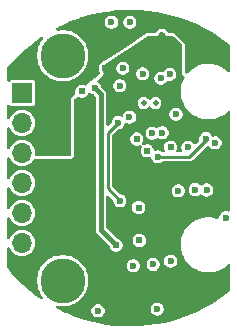
<source format=gbr>
%TF.GenerationSoftware,KiCad,Pcbnew,9.0.5-9.0.5~ubuntu24.04.1*%
%TF.CreationDate,2025-10-22T23:17:40-07:00*%
%TF.ProjectId,mag-encoder,6d61672d-656e-4636-9f64-65722e6b6963,1*%
%TF.SameCoordinates,Original*%
%TF.FileFunction,Copper,L2,Inr*%
%TF.FilePolarity,Positive*%
%FSLAX46Y46*%
G04 Gerber Fmt 4.6, Leading zero omitted, Abs format (unit mm)*
G04 Created by KiCad (PCBNEW 9.0.5-9.0.5~ubuntu24.04.1) date 2025-10-22 23:17:40*
%MOMM*%
%LPD*%
G01*
G04 APERTURE LIST*
%TA.AperFunction,ComponentPad*%
%ADD10C,3.810000*%
%TD*%
%TA.AperFunction,ComponentPad*%
%ADD11R,1.700000X1.700000*%
%TD*%
%TA.AperFunction,ComponentPad*%
%ADD12O,1.700000X1.700000*%
%TD*%
%TA.AperFunction,ViaPad*%
%ADD13C,0.600000*%
%TD*%
%TA.AperFunction,ViaPad*%
%ADD14C,0.609600*%
%TD*%
%TA.AperFunction,ViaPad*%
%ADD15C,0.500000*%
%TD*%
%TA.AperFunction,Conductor*%
%ADD16C,0.254000*%
%TD*%
%TA.AperFunction,Conductor*%
%ADD17C,0.381000*%
%TD*%
G04 APERTURE END LIST*
D10*
%TO.N,*%
%TO.C,H1*%
X224840800Y-114046000D03*
%TD*%
D11*
%TO.N,GND*%
%TO.C,J1*%
X221411800Y-117221000D03*
D12*
%TO.N,+3.3V*%
X221411800Y-119761000D03*
%TO.N,/CS*%
X221411800Y-122301000D03*
%TO.N,/MOSI*%
X221411800Y-124841000D03*
%TO.N,/MISO*%
X221411800Y-127381000D03*
%TO.N,/SCLK*%
X221411800Y-129921000D03*
%TD*%
D10*
%TO.N,*%
%TO.C,H2*%
X224840800Y-133096000D03*
%TD*%
D13*
%TO.N,+3.3V*%
X234696000Y-135939583D03*
X233248200Y-112344200D03*
D14*
X233464100Y-125260100D03*
X231317800Y-125984000D03*
D13*
X229857300Y-118021100D03*
X228463539Y-115122261D03*
%TO.N,GND*%
X229946200Y-115112800D03*
D14*
X226466400Y-117068600D03*
X232003600Y-122097800D03*
D13*
X227838000Y-135661400D03*
X234443344Y-118992046D03*
D15*
X232706800Y-118059200D03*
D13*
X232867200Y-135509000D03*
D15*
X231706800Y-118059200D03*
D13*
X238658400Y-127762000D03*
D14*
X233984800Y-121793000D03*
D13*
%TO.N,+5V*%
X230530400Y-111226600D03*
%TO.N,Net-(D4-A)*%
X232511600Y-131724400D03*
%TO.N,Net-(D1-K)*%
X228981000Y-111226600D03*
%TO.N,Net-(D3-A)*%
X230835200Y-131826000D03*
%TO.N,+5V_IN*%
X236474000Y-113792000D03*
X223139000Y-121031000D03*
%TO.N,Net-(C1-Pad1)*%
X229692200Y-116586000D03*
X233150883Y-115950999D03*
X233274839Y-120568637D03*
X230505000Y-119257800D03*
X236082570Y-125386858D03*
%TO.N,/A*%
X234645200Y-125501400D03*
%TO.N,/B*%
X237032800Y-125425200D03*
%TO.N,/PWM*%
X237744000Y-121437400D03*
%TO.N,Net-(D2-A)*%
X233984800Y-131449800D03*
%TO.N,Net-(D3-K)*%
X231622600Y-115595400D03*
D14*
%TO.N,Net-(U3-MGH)*%
X229368646Y-130086100D03*
D13*
X227545900Y-116776500D03*
D14*
X231343200Y-129692400D03*
%TO.N,/MISO*%
X231123451Y-121098347D03*
X231278250Y-126904864D03*
D13*
%TO.N,Net-(U3-A)*%
X229539800Y-119710200D03*
X229694099Y-126321418D03*
%TO.N,Net-(U3-PWM)*%
X232909286Y-122614514D03*
X236971960Y-121066440D03*
X233920500Y-115611177D03*
%TO.N,Net-(R3-Pad1)*%
X235458000Y-121793000D03*
X232435400Y-120624600D03*
%TD*%
D16*
%TO.N,Net-(C1-Pad1)*%
X233150883Y-115950999D02*
X233104884Y-115905000D01*
X233104884Y-115905000D02*
X232994200Y-115905000D01*
X229692200Y-116586000D02*
X229717600Y-116560600D01*
D17*
%TO.N,Net-(U3-MGH)*%
X228092000Y-117322600D02*
X228092000Y-128809454D01*
X228092000Y-128809454D02*
X229368646Y-130086100D01*
X227545900Y-116776500D02*
X228092000Y-117322600D01*
D16*
%TO.N,Net-(U3-A)*%
X228650800Y-125278119D02*
X229694099Y-126321418D01*
X229539800Y-119710200D02*
X228650800Y-120599200D01*
X228650800Y-120599200D02*
X228650800Y-125278119D01*
%TO.N,Net-(U3-PWM)*%
X236971960Y-121066440D02*
X236971960Y-121224159D01*
X236971960Y-121224159D02*
X235581605Y-122614514D01*
X235581605Y-122614514D02*
X232909286Y-122614514D01*
%TD*%
%TA.AperFunction,Conductor*%
%TO.N,+3.3V*%
G36*
X233302804Y-112053425D02*
G01*
X233327586Y-112060064D01*
X233346297Y-112065078D01*
X233376201Y-112077464D01*
X233415194Y-112099976D01*
X233440876Y-112119683D01*
X233472714Y-112151521D01*
X233492419Y-112177201D01*
X233510629Y-112208741D01*
X233510639Y-112208756D01*
X233547555Y-112258070D01*
X233547566Y-112258082D01*
X233587915Y-112300398D01*
X233612885Y-112323371D01*
X233702604Y-112370303D01*
X233702605Y-112370304D01*
X233752733Y-112385022D01*
X233769643Y-112389988D01*
X233769647Y-112389988D01*
X233769649Y-112389989D01*
X233781462Y-112391687D01*
X233842755Y-112400500D01*
X234156150Y-112400500D01*
X234223189Y-112420185D01*
X234243831Y-112436819D01*
X234908181Y-113101169D01*
X234941666Y-113162492D01*
X234944500Y-113188850D01*
X234944500Y-115446008D01*
X234950430Y-115501161D01*
X234961639Y-115552683D01*
X234968986Y-115579463D01*
X235011608Y-115654310D01*
X235019089Y-115667448D01*
X235019915Y-115668401D01*
X235064840Y-115720248D01*
X235064843Y-115720251D01*
X235064844Y-115720252D01*
X235093216Y-115747628D01*
X235098131Y-115752371D01*
X235103185Y-115755015D01*
X235153464Y-115803532D01*
X235169530Y-115871529D01*
X235153096Y-115926888D01*
X235078658Y-116055819D01*
X235078653Y-116055829D01*
X234961502Y-116338659D01*
X234882260Y-116634392D01*
X234842301Y-116937913D01*
X234842300Y-116937929D01*
X234842300Y-117244070D01*
X234842301Y-117244086D01*
X234881281Y-117540174D01*
X234882261Y-117547611D01*
X234947766Y-117792079D01*
X234961502Y-117843340D01*
X235078654Y-118126173D01*
X235078662Y-118126189D01*
X235231731Y-118391310D01*
X235231742Y-118391326D01*
X235418109Y-118634204D01*
X235418115Y-118634211D01*
X235634588Y-118850684D01*
X235634595Y-118850690D01*
X235800385Y-118977905D01*
X235877482Y-119037064D01*
X235877489Y-119037068D01*
X236142610Y-119190137D01*
X236142626Y-119190145D01*
X236425459Y-119307297D01*
X236425461Y-119307297D01*
X236425467Y-119307300D01*
X236721189Y-119386539D01*
X237024723Y-119426500D01*
X237024730Y-119426500D01*
X237330870Y-119426500D01*
X237330877Y-119426500D01*
X237634411Y-119386539D01*
X237930133Y-119307300D01*
X238028660Y-119266489D01*
X238212973Y-119190145D01*
X238212976Y-119190143D01*
X238212982Y-119190141D01*
X238478118Y-119037064D01*
X238721006Y-118850689D01*
X238757609Y-118814086D01*
X238822619Y-118749077D01*
X238883942Y-118715592D01*
X238953634Y-118720576D01*
X239009567Y-118762448D01*
X239033984Y-118827912D01*
X239034300Y-118836758D01*
X239034300Y-127127061D01*
X239014615Y-127194100D01*
X238961811Y-127239855D01*
X238892653Y-127249799D01*
X238878207Y-127246836D01*
X238816084Y-127230190D01*
X238731401Y-127207500D01*
X238585399Y-127207500D01*
X238444371Y-127245288D01*
X238444368Y-127245289D01*
X238317932Y-127318286D01*
X238317927Y-127318290D01*
X238214690Y-127421527D01*
X238214686Y-127421532D01*
X238141689Y-127547968D01*
X238141688Y-127547971D01*
X238103900Y-127688999D01*
X238103900Y-127721097D01*
X238084215Y-127788136D01*
X238031411Y-127833891D01*
X237962253Y-127843835D01*
X237932451Y-127835659D01*
X237930142Y-127834702D01*
X237634407Y-127755460D01*
X237330886Y-127715501D01*
X237330883Y-127715500D01*
X237330877Y-127715500D01*
X237024723Y-127715500D01*
X237024717Y-127715500D01*
X237024713Y-127715501D01*
X236721192Y-127755460D01*
X236425459Y-127834702D01*
X236142626Y-127951854D01*
X236142610Y-127951862D01*
X235877489Y-128104931D01*
X235877473Y-128104942D01*
X235634595Y-128291309D01*
X235634588Y-128291315D01*
X235418115Y-128507788D01*
X235418109Y-128507795D01*
X235231742Y-128750673D01*
X235231731Y-128750689D01*
X235078662Y-129015810D01*
X235078654Y-129015826D01*
X234961502Y-129298659D01*
X234882260Y-129594392D01*
X234842301Y-129897913D01*
X234842300Y-129897929D01*
X234842300Y-130204070D01*
X234842301Y-130204086D01*
X234881243Y-130499884D01*
X234882261Y-130507611D01*
X234908968Y-130607284D01*
X234961502Y-130803340D01*
X235078654Y-131086173D01*
X235078662Y-131086189D01*
X235231731Y-131351310D01*
X235231742Y-131351326D01*
X235418109Y-131594204D01*
X235418115Y-131594211D01*
X235634588Y-131810684D01*
X235634595Y-131810690D01*
X235749683Y-131899000D01*
X235877482Y-131997064D01*
X235877489Y-131997068D01*
X236142610Y-132150137D01*
X236142626Y-132150145D01*
X236425459Y-132267297D01*
X236425461Y-132267297D01*
X236425467Y-132267300D01*
X236721189Y-132346539D01*
X237024723Y-132386500D01*
X237024730Y-132386500D01*
X237330870Y-132386500D01*
X237330877Y-132386500D01*
X237634411Y-132346539D01*
X237930133Y-132267300D01*
X238131154Y-132184035D01*
X238212973Y-132150145D01*
X238212976Y-132150143D01*
X238212982Y-132150141D01*
X238478118Y-131997064D01*
X238721006Y-131810689D01*
X238743783Y-131787912D01*
X238822619Y-131709077D01*
X238883942Y-131675592D01*
X238953634Y-131680576D01*
X239009567Y-131722448D01*
X239033984Y-131787912D01*
X239034300Y-131796758D01*
X239034300Y-133896564D01*
X239014615Y-133963603D01*
X238987747Y-133993404D01*
X238657823Y-134257259D01*
X238652545Y-134261254D01*
X238075365Y-134674353D01*
X238069882Y-134678060D01*
X237471473Y-135059777D01*
X237465799Y-135063186D01*
X236847901Y-135412412D01*
X236842054Y-135415514D01*
X236206385Y-135731278D01*
X236200380Y-135734064D01*
X235548765Y-136015459D01*
X235542621Y-136017920D01*
X234876923Y-136264141D01*
X234870656Y-136266271D01*
X234192754Y-136476623D01*
X234186382Y-136478415D01*
X233498224Y-136652293D01*
X233491765Y-136653742D01*
X232795333Y-136790646D01*
X232788807Y-136791749D01*
X232086040Y-136891300D01*
X232079463Y-136892053D01*
X231372413Y-136953957D01*
X231365806Y-136954359D01*
X230656421Y-136978448D01*
X230649802Y-136978496D01*
X229940147Y-136964698D01*
X229933535Y-136964392D01*
X229225665Y-136912746D01*
X229219079Y-136912089D01*
X228514921Y-136822738D01*
X228508379Y-136821729D01*
X227810051Y-136694942D01*
X227803572Y-136693587D01*
X227112949Y-136529703D01*
X227106552Y-136528003D01*
X226425687Y-136327508D01*
X226419389Y-136325469D01*
X225750198Y-136088930D01*
X225744019Y-136086559D01*
X225234952Y-135875428D01*
X225088385Y-135814640D01*
X225082356Y-135811949D01*
X224615449Y-135588399D01*
X227283500Y-135588399D01*
X227283500Y-135734401D01*
X227304661Y-135813373D01*
X227321288Y-135875428D01*
X227321289Y-135875431D01*
X227394286Y-136001867D01*
X227394288Y-136001870D01*
X227394289Y-136001871D01*
X227497529Y-136105111D01*
X227623971Y-136178112D01*
X227764999Y-136215900D01*
X227765001Y-136215900D01*
X227910999Y-136215900D01*
X227911001Y-136215900D01*
X228052029Y-136178112D01*
X228178471Y-136105111D01*
X228281711Y-136001871D01*
X228354712Y-135875429D01*
X228392500Y-135734401D01*
X228392500Y-135588399D01*
X228354712Y-135447371D01*
X228348146Y-135435999D01*
X232312700Y-135435999D01*
X232312700Y-135582001D01*
X232344544Y-135700843D01*
X232350488Y-135723028D01*
X232350489Y-135723031D01*
X232423486Y-135849467D01*
X232423488Y-135849470D01*
X232423489Y-135849471D01*
X232526729Y-135952711D01*
X232653171Y-136025712D01*
X232794199Y-136063500D01*
X232794201Y-136063500D01*
X232940199Y-136063500D01*
X232940201Y-136063500D01*
X233081229Y-136025712D01*
X233207671Y-135952711D01*
X233310911Y-135849471D01*
X233383912Y-135723029D01*
X233421700Y-135582001D01*
X233421700Y-135435999D01*
X233383912Y-135294971D01*
X233310911Y-135168529D01*
X233207671Y-135065289D01*
X233207670Y-135065288D01*
X233207667Y-135065286D01*
X233081231Y-134992289D01*
X233081230Y-134992288D01*
X233081229Y-134992288D01*
X232940201Y-134954500D01*
X232794199Y-134954500D01*
X232653171Y-134992288D01*
X232653168Y-134992289D01*
X232526732Y-135065286D01*
X232526727Y-135065290D01*
X232423490Y-135168527D01*
X232423486Y-135168532D01*
X232350489Y-135294968D01*
X232350488Y-135294971D01*
X232312700Y-135435999D01*
X228348146Y-135435999D01*
X228281711Y-135320929D01*
X228178471Y-135217689D01*
X228178470Y-135217688D01*
X228178467Y-135217686D01*
X228052031Y-135144689D01*
X228052030Y-135144688D01*
X228052029Y-135144688D01*
X227911001Y-135106900D01*
X227764999Y-135106900D01*
X227623971Y-135144688D01*
X227623968Y-135144689D01*
X227497532Y-135217686D01*
X227497527Y-135217690D01*
X227394290Y-135320927D01*
X227394286Y-135320932D01*
X227321289Y-135447368D01*
X227321288Y-135447371D01*
X227283500Y-135588399D01*
X224615449Y-135588399D01*
X224442147Y-135505424D01*
X224436259Y-135502408D01*
X224340221Y-135449951D01*
X224290822Y-135400540D01*
X224275979Y-135332265D01*
X224300405Y-135266804D01*
X224356344Y-135224940D01*
X224415847Y-135218188D01*
X224418591Y-135218549D01*
X224418598Y-135218551D01*
X224660501Y-135250397D01*
X224699258Y-135255500D01*
X224699259Y-135255500D01*
X224982342Y-135255500D01*
X225046066Y-135247110D01*
X225263002Y-135218551D01*
X225536438Y-135145284D01*
X225742870Y-135059777D01*
X225797963Y-135036957D01*
X225797966Y-135036955D01*
X225797972Y-135036953D01*
X226043128Y-134895412D01*
X226267713Y-134723082D01*
X226467882Y-134522913D01*
X226640212Y-134298328D01*
X226781753Y-134053172D01*
X226890084Y-133791638D01*
X226963351Y-133518202D01*
X227000300Y-133237541D01*
X227000300Y-132954459D01*
X226963351Y-132673798D01*
X226890084Y-132400362D01*
X226839772Y-132278899D01*
X226781757Y-132138836D01*
X226781749Y-132138820D01*
X226640216Y-131893679D01*
X226640212Y-131893672D01*
X226640208Y-131893667D01*
X226640205Y-131893662D01*
X226583957Y-131820358D01*
X226532270Y-131752999D01*
X230280700Y-131752999D01*
X230280700Y-131899001D01*
X230308915Y-132004299D01*
X230318488Y-132040028D01*
X230318489Y-132040031D01*
X230391486Y-132166467D01*
X230391488Y-132166470D01*
X230391489Y-132166471D01*
X230494729Y-132269711D01*
X230494730Y-132269712D01*
X230494732Y-132269713D01*
X230557950Y-132306211D01*
X230621171Y-132342712D01*
X230762199Y-132380500D01*
X230762201Y-132380500D01*
X230908199Y-132380500D01*
X230908201Y-132380500D01*
X231049229Y-132342712D01*
X231175671Y-132269711D01*
X231278911Y-132166471D01*
X231351912Y-132040029D01*
X231389700Y-131899001D01*
X231389700Y-131752999D01*
X231362477Y-131651399D01*
X231957100Y-131651399D01*
X231957100Y-131797401D01*
X231984324Y-131899001D01*
X231994888Y-131938428D01*
X231994889Y-131938431D01*
X232067886Y-132064867D01*
X232067888Y-132064870D01*
X232067889Y-132064871D01*
X232171129Y-132168111D01*
X232297571Y-132241112D01*
X232438599Y-132278900D01*
X232438601Y-132278900D01*
X232584599Y-132278900D01*
X232584601Y-132278900D01*
X232725629Y-132241112D01*
X232852071Y-132168111D01*
X232955311Y-132064871D01*
X233028312Y-131938429D01*
X233066100Y-131797401D01*
X233066100Y-131651399D01*
X233028312Y-131510371D01*
X232955311Y-131383929D01*
X232948181Y-131376799D01*
X233430300Y-131376799D01*
X233430300Y-131522801D01*
X233464758Y-131651399D01*
X233468088Y-131663828D01*
X233468089Y-131663831D01*
X233541086Y-131790267D01*
X233541088Y-131790270D01*
X233541089Y-131790271D01*
X233644329Y-131893511D01*
X233644330Y-131893512D01*
X233644332Y-131893513D01*
X233653836Y-131899000D01*
X233770771Y-131966512D01*
X233911799Y-132004300D01*
X233911801Y-132004300D01*
X234057799Y-132004300D01*
X234057801Y-132004300D01*
X234198829Y-131966512D01*
X234325271Y-131893511D01*
X234428511Y-131790271D01*
X234501512Y-131663829D01*
X234539300Y-131522801D01*
X234539300Y-131376799D01*
X234501512Y-131235771D01*
X234428511Y-131109329D01*
X234325271Y-131006089D01*
X234325270Y-131006088D01*
X234325267Y-131006086D01*
X234198831Y-130933089D01*
X234198830Y-130933088D01*
X234198829Y-130933088D01*
X234057801Y-130895300D01*
X233911799Y-130895300D01*
X233770771Y-130933088D01*
X233770768Y-130933089D01*
X233644332Y-131006086D01*
X233644327Y-131006090D01*
X233541090Y-131109327D01*
X233541086Y-131109332D01*
X233468089Y-131235768D01*
X233468088Y-131235771D01*
X233430300Y-131376799D01*
X232948181Y-131376799D01*
X232852071Y-131280689D01*
X232852070Y-131280688D01*
X232852067Y-131280686D01*
X232725631Y-131207689D01*
X232725630Y-131207688D01*
X232725629Y-131207688D01*
X232584601Y-131169900D01*
X232438599Y-131169900D01*
X232297571Y-131207688D01*
X232297568Y-131207689D01*
X232171132Y-131280686D01*
X232171127Y-131280690D01*
X232067890Y-131383927D01*
X232067886Y-131383932D01*
X231994889Y-131510368D01*
X231994888Y-131510371D01*
X231957100Y-131651399D01*
X231362477Y-131651399D01*
X231351912Y-131611971D01*
X231300429Y-131522799D01*
X231278913Y-131485532D01*
X231278909Y-131485527D01*
X231175672Y-131382290D01*
X231175667Y-131382286D01*
X231049231Y-131309289D01*
X231049230Y-131309288D01*
X231049229Y-131309288D01*
X230908201Y-131271500D01*
X230762199Y-131271500D01*
X230621171Y-131309288D01*
X230621168Y-131309289D01*
X230494732Y-131382286D01*
X230494727Y-131382290D01*
X230391490Y-131485527D01*
X230391486Y-131485532D01*
X230318489Y-131611968D01*
X230318488Y-131611971D01*
X230280700Y-131752999D01*
X226532270Y-131752999D01*
X226467883Y-131669088D01*
X226467877Y-131669081D01*
X226267718Y-131468922D01*
X226267711Y-131468916D01*
X226043136Y-131296594D01*
X226043134Y-131296592D01*
X226043128Y-131296588D01*
X226043123Y-131296585D01*
X226043120Y-131296583D01*
X225797979Y-131155050D01*
X225797963Y-131155042D01*
X225536436Y-131046715D01*
X225355758Y-130998303D01*
X225263002Y-130973449D01*
X225262996Y-130973448D01*
X225262991Y-130973447D01*
X224982342Y-130936500D01*
X224982341Y-130936500D01*
X224699259Y-130936500D01*
X224699258Y-130936500D01*
X224418608Y-130973447D01*
X224418601Y-130973448D01*
X224418598Y-130973449D01*
X224360812Y-130988932D01*
X224145163Y-131046715D01*
X223883636Y-131155042D01*
X223883620Y-131155050D01*
X223638479Y-131296583D01*
X223638463Y-131296594D01*
X223413888Y-131468916D01*
X223413881Y-131468922D01*
X223213722Y-131669081D01*
X223213716Y-131669088D01*
X223041394Y-131893663D01*
X223041383Y-131893679D01*
X222899850Y-132138820D01*
X222899842Y-132138836D01*
X222791515Y-132400363D01*
X222718250Y-132673795D01*
X222718247Y-132673808D01*
X222681300Y-132954458D01*
X222681300Y-133237541D01*
X222718247Y-133518191D01*
X222718248Y-133518196D01*
X222718249Y-133518202D01*
X222718250Y-133518204D01*
X222791515Y-133791636D01*
X222899842Y-134053163D01*
X222899850Y-134053179D01*
X223041383Y-134298320D01*
X223041394Y-134298336D01*
X223173292Y-134470229D01*
X223198486Y-134535398D01*
X223184448Y-134603843D01*
X223135634Y-134653832D01*
X223067542Y-134669496D01*
X223004218Y-134647586D01*
X222615105Y-134377537D01*
X222609799Y-134373641D01*
X222527583Y-134309822D01*
X222414175Y-134221790D01*
X222049095Y-133938400D01*
X222043977Y-133934203D01*
X221507332Y-133469693D01*
X221502445Y-133465229D01*
X220991325Y-132972721D01*
X220986693Y-132968013D01*
X220502583Y-132448933D01*
X220498204Y-132443978D01*
X220469421Y-132409609D01*
X220179334Y-132063218D01*
X220151383Y-131999183D01*
X220150400Y-131983628D01*
X220150397Y-131966510D01*
X220150094Y-130393508D01*
X220169766Y-130326468D01*
X220222561Y-130280703D01*
X220291717Y-130270746D01*
X220355279Y-130299758D01*
X220385103Y-130341100D01*
X220386008Y-130340640D01*
X220388220Y-130344981D01*
X220467147Y-130499884D01*
X220569335Y-130640533D01*
X220692267Y-130763465D01*
X220832916Y-130865653D01*
X220891102Y-130895300D01*
X220987821Y-130944581D01*
X221153158Y-130998302D01*
X221153159Y-130998302D01*
X221153162Y-130998303D01*
X221324874Y-131025500D01*
X221324875Y-131025500D01*
X221498725Y-131025500D01*
X221498726Y-131025500D01*
X221670438Y-130998303D01*
X221670441Y-130998302D01*
X221670442Y-130998302D01*
X221835778Y-130944581D01*
X221835778Y-130944580D01*
X221835781Y-130944580D01*
X221990684Y-130865653D01*
X222131333Y-130763465D01*
X222254265Y-130640533D01*
X222356453Y-130499884D01*
X222435380Y-130344981D01*
X222436641Y-130341100D01*
X222489102Y-130179642D01*
X222489102Y-130179641D01*
X222489103Y-130179638D01*
X222516300Y-130007926D01*
X222516300Y-129834074D01*
X222489103Y-129662362D01*
X222489102Y-129662358D01*
X222489102Y-129662357D01*
X222435381Y-129497021D01*
X222410900Y-129448974D01*
X222356453Y-129342116D01*
X222254265Y-129201467D01*
X222131333Y-129078535D01*
X221990684Y-128976347D01*
X221889180Y-128924628D01*
X221835778Y-128897418D01*
X221670441Y-128843697D01*
X221541654Y-128823299D01*
X221498726Y-128816500D01*
X221324874Y-128816500D01*
X221267636Y-128825565D01*
X221153160Y-128843697D01*
X221153157Y-128843697D01*
X220987821Y-128897418D01*
X220832915Y-128976347D01*
X220778600Y-129015810D01*
X220692267Y-129078535D01*
X220692265Y-129078537D01*
X220692264Y-129078537D01*
X220569337Y-129201464D01*
X220569337Y-129201465D01*
X220569335Y-129201467D01*
X220537816Y-129244849D01*
X220467147Y-129342115D01*
X220386008Y-129501360D01*
X220384928Y-129500810D01*
X220344616Y-129550818D01*
X220278318Y-129572872D01*
X220210621Y-129555581D01*
X220163020Y-129504436D01*
X220149913Y-129448974D01*
X220149894Y-129348979D01*
X220149606Y-127852329D01*
X220169278Y-127785289D01*
X220222073Y-127739524D01*
X220291229Y-127729567D01*
X220354791Y-127758579D01*
X220385365Y-127800967D01*
X220386008Y-127800640D01*
X220388122Y-127804789D01*
X220388163Y-127804846D01*
X220388214Y-127804971D01*
X220463058Y-127951859D01*
X220467147Y-127959884D01*
X220569335Y-128100533D01*
X220692267Y-128223465D01*
X220832916Y-128325653D01*
X220987819Y-128404580D01*
X220987821Y-128404581D01*
X221153158Y-128458302D01*
X221153159Y-128458302D01*
X221153162Y-128458303D01*
X221324874Y-128485500D01*
X221324875Y-128485500D01*
X221498725Y-128485500D01*
X221498726Y-128485500D01*
X221670438Y-128458303D01*
X221670441Y-128458302D01*
X221670442Y-128458302D01*
X221835778Y-128404581D01*
X221835778Y-128404580D01*
X221835781Y-128404580D01*
X221990684Y-128325653D01*
X222131333Y-128223465D01*
X222254265Y-128100533D01*
X222356453Y-127959884D01*
X222435380Y-127804981D01*
X222436684Y-127800967D01*
X222489102Y-127639642D01*
X222489102Y-127639641D01*
X222489103Y-127639638D01*
X222516300Y-127467926D01*
X222516300Y-127294074D01*
X222489103Y-127122362D01*
X222489102Y-127122358D01*
X222489102Y-127122357D01*
X222435381Y-126957021D01*
X222374803Y-126838130D01*
X222356453Y-126802116D01*
X222254265Y-126661467D01*
X222131333Y-126538535D01*
X221990684Y-126436347D01*
X221908392Y-126394417D01*
X221835778Y-126357418D01*
X221670441Y-126303697D01*
X221541654Y-126283299D01*
X221498726Y-126276500D01*
X221324874Y-126276500D01*
X221267636Y-126285565D01*
X221153160Y-126303697D01*
X221153157Y-126303697D01*
X220987821Y-126357418D01*
X220832915Y-126436347D01*
X220804056Y-126457315D01*
X220692267Y-126538535D01*
X220692265Y-126538537D01*
X220692264Y-126538537D01*
X220569337Y-126661464D01*
X220569337Y-126661465D01*
X220569335Y-126661467D01*
X220569028Y-126661890D01*
X220467147Y-126802115D01*
X220388212Y-126957033D01*
X220387979Y-126957597D01*
X220387833Y-126957777D01*
X220386008Y-126961360D01*
X220385255Y-126960976D01*
X220344131Y-127011994D01*
X220277833Y-127034050D01*
X220210136Y-127016761D01*
X220162533Y-126965617D01*
X220149425Y-126910154D01*
X220149118Y-125311152D01*
X220168790Y-125244111D01*
X220221585Y-125198346D01*
X220290741Y-125188389D01*
X220354303Y-125217401D01*
X220385630Y-125260832D01*
X220386008Y-125260640D01*
X220387251Y-125263080D01*
X220387676Y-125263669D01*
X220388218Y-125264977D01*
X220388219Y-125264978D01*
X220388220Y-125264981D01*
X220467147Y-125419884D01*
X220569335Y-125560533D01*
X220692267Y-125683465D01*
X220832916Y-125785653D01*
X220943250Y-125841871D01*
X220987821Y-125864581D01*
X221153158Y-125918302D01*
X221153159Y-125918302D01*
X221153162Y-125918303D01*
X221324874Y-125945500D01*
X221324875Y-125945500D01*
X221498725Y-125945500D01*
X221498726Y-125945500D01*
X221670438Y-125918303D01*
X221670441Y-125918302D01*
X221670442Y-125918302D01*
X221835778Y-125864581D01*
X221835778Y-125864580D01*
X221835781Y-125864580D01*
X221990684Y-125785653D01*
X222131333Y-125683465D01*
X222254265Y-125560533D01*
X222356453Y-125419884D01*
X222435380Y-125264981D01*
X222436728Y-125260832D01*
X222489102Y-125099642D01*
X222489102Y-125099641D01*
X222489103Y-125099638D01*
X222516300Y-124927926D01*
X222516300Y-124754074D01*
X222489103Y-124582362D01*
X222489102Y-124582358D01*
X222489102Y-124582357D01*
X222435381Y-124417021D01*
X222356452Y-124262115D01*
X222254265Y-124121467D01*
X222131333Y-123998535D01*
X221990684Y-123896347D01*
X221835778Y-123817418D01*
X221670441Y-123763697D01*
X221541654Y-123743299D01*
X221498726Y-123736500D01*
X221324874Y-123736500D01*
X221267636Y-123745565D01*
X221153160Y-123763697D01*
X221153157Y-123763697D01*
X220987821Y-123817418D01*
X220832915Y-123896347D01*
X220752669Y-123954649D01*
X220692267Y-123998535D01*
X220692265Y-123998537D01*
X220692264Y-123998537D01*
X220569337Y-124121464D01*
X220569337Y-124121465D01*
X220569335Y-124121467D01*
X220525449Y-124181869D01*
X220467147Y-124262115D01*
X220388215Y-124417028D01*
X220387490Y-124418778D01*
X220387037Y-124419338D01*
X220386008Y-124421360D01*
X220385583Y-124421143D01*
X220343639Y-124473174D01*
X220277341Y-124495227D01*
X220209644Y-124477935D01*
X220162043Y-124426790D01*
X220148937Y-124371332D01*
X220148630Y-122769974D01*
X220168302Y-122702932D01*
X220221097Y-122657167D01*
X220290254Y-122647210D01*
X220353815Y-122676222D01*
X220385893Y-122720698D01*
X220386008Y-122720640D01*
X220386384Y-122721379D01*
X220387190Y-122722496D01*
X220388217Y-122724975D01*
X220388219Y-122724980D01*
X220388220Y-122724981D01*
X220467147Y-122879884D01*
X220569335Y-123020533D01*
X220692267Y-123143465D01*
X220832916Y-123245653D01*
X220987819Y-123324580D01*
X220987821Y-123324581D01*
X221153158Y-123378302D01*
X221153159Y-123378302D01*
X221153162Y-123378303D01*
X221324874Y-123405500D01*
X221324875Y-123405500D01*
X221498725Y-123405500D01*
X221498726Y-123405500D01*
X221670438Y-123378303D01*
X221670441Y-123378302D01*
X221670442Y-123378302D01*
X221835778Y-123324581D01*
X221835778Y-123324580D01*
X221835781Y-123324580D01*
X221990684Y-123245653D01*
X222131333Y-123143465D01*
X222254265Y-123020533D01*
X222356453Y-122879884D01*
X222370122Y-122853055D01*
X222418095Y-122802260D01*
X222485916Y-122785464D01*
X222515542Y-122790373D01*
X222548131Y-122799941D01*
X222561911Y-122803988D01*
X222561915Y-122803988D01*
X222561917Y-122803989D01*
X222573730Y-122805687D01*
X222635023Y-122814500D01*
X222635024Y-122814500D01*
X225427991Y-122814500D01*
X225428000Y-122814500D01*
X225483163Y-122808569D01*
X225534674Y-122797363D01*
X225561461Y-122790014D01*
X225649448Y-122739911D01*
X225702252Y-122694156D01*
X225734371Y-122660869D01*
X225781303Y-122571151D01*
X225800988Y-122504112D01*
X225811500Y-122431000D01*
X225811500Y-117786318D01*
X225812210Y-117783897D01*
X225811596Y-117781452D01*
X225822000Y-117750557D01*
X225831185Y-117719279D01*
X225833339Y-117716889D01*
X225833896Y-117715236D01*
X225858035Y-117689492D01*
X226028823Y-117552862D01*
X226093466Y-117526356D01*
X226162180Y-117539006D01*
X226168267Y-117542296D01*
X226250518Y-117589784D01*
X226392767Y-117627900D01*
X226392770Y-117627900D01*
X226540030Y-117627900D01*
X226540033Y-117627900D01*
X226682282Y-117589784D01*
X226809818Y-117516151D01*
X226913951Y-117412018D01*
X226987584Y-117284482D01*
X226991614Y-117269438D01*
X227027979Y-117209780D01*
X227090825Y-117179250D01*
X227160201Y-117187544D01*
X227199070Y-117213852D01*
X227205429Y-117220211D01*
X227331871Y-117293212D01*
X227438314Y-117321733D01*
X227452200Y-117329749D01*
X227465647Y-117332675D01*
X227493901Y-117353826D01*
X227610681Y-117470606D01*
X227644166Y-117531929D01*
X227647000Y-117558287D01*
X227647000Y-128868040D01*
X227662163Y-128924628D01*
X227677326Y-128981219D01*
X227677327Y-128981220D01*
X227735911Y-129082690D01*
X227735912Y-129082691D01*
X227735913Y-129082692D01*
X228784531Y-130131310D01*
X228816624Y-130186895D01*
X228821228Y-130204077D01*
X228847463Y-130301985D01*
X228899218Y-130391626D01*
X228921095Y-130429518D01*
X229025228Y-130533651D01*
X229114872Y-130585407D01*
X229152760Y-130607282D01*
X229152761Y-130607282D01*
X229152764Y-130607284D01*
X229295013Y-130645400D01*
X229295016Y-130645400D01*
X229442276Y-130645400D01*
X229442279Y-130645400D01*
X229584528Y-130607284D01*
X229712064Y-130533651D01*
X229816197Y-130429518D01*
X229889830Y-130301982D01*
X229927946Y-130159733D01*
X229927946Y-130012467D01*
X229889830Y-129870218D01*
X229816197Y-129742682D01*
X229712064Y-129638549D01*
X229677801Y-129618767D01*
X230783900Y-129618767D01*
X230783900Y-129766033D01*
X230819242Y-129897929D01*
X230822017Y-129908285D01*
X230873772Y-129997926D01*
X230895649Y-130035818D01*
X230999782Y-130139951D01*
X231068522Y-130179638D01*
X231127314Y-130213582D01*
X231127315Y-130213582D01*
X231127318Y-130213584D01*
X231269567Y-130251700D01*
X231269570Y-130251700D01*
X231416830Y-130251700D01*
X231416833Y-130251700D01*
X231559082Y-130213584D01*
X231686618Y-130139951D01*
X231790751Y-130035818D01*
X231864384Y-129908282D01*
X231902500Y-129766033D01*
X231902500Y-129618767D01*
X231864384Y-129476518D01*
X231848481Y-129448974D01*
X231842507Y-129438626D01*
X231790751Y-129348982D01*
X231686618Y-129244849D01*
X231648726Y-129222972D01*
X231559085Y-129171217D01*
X231559086Y-129171217D01*
X231547420Y-129168091D01*
X231416833Y-129133100D01*
X231269567Y-129133100D01*
X231138979Y-129168091D01*
X231127314Y-129171217D01*
X230999785Y-129244847D01*
X230999779Y-129244851D01*
X230895651Y-129348979D01*
X230895647Y-129348985D01*
X230822017Y-129476514D01*
X230822016Y-129476518D01*
X230783900Y-129618767D01*
X229677801Y-129618767D01*
X229635577Y-129594389D01*
X229584531Y-129564917D01*
X229584532Y-129564917D01*
X229531914Y-129550818D01*
X229469441Y-129534078D01*
X229413856Y-129501985D01*
X228573319Y-128661448D01*
X228539834Y-128600125D01*
X228537000Y-128573767D01*
X228537000Y-126003204D01*
X228556685Y-125936165D01*
X228609489Y-125890410D01*
X228678647Y-125880466D01*
X228742203Y-125909491D01*
X228748681Y-125915523D01*
X229103280Y-126270122D01*
X229136765Y-126331445D01*
X229139599Y-126357803D01*
X229139599Y-126394419D01*
X229156452Y-126457313D01*
X229177387Y-126535446D01*
X229177388Y-126535449D01*
X229250385Y-126661885D01*
X229250387Y-126661888D01*
X229250388Y-126661889D01*
X229353628Y-126765129D01*
X229480070Y-126838130D01*
X229621098Y-126875918D01*
X229621100Y-126875918D01*
X229767098Y-126875918D01*
X229767100Y-126875918D01*
X229908128Y-126838130D01*
X229920077Y-126831231D01*
X230718950Y-126831231D01*
X230718950Y-126978497D01*
X230733836Y-127034050D01*
X230757067Y-127120749D01*
X230799417Y-127194100D01*
X230830699Y-127248282D01*
X230934832Y-127352415D01*
X231024476Y-127404171D01*
X231062364Y-127426046D01*
X231062365Y-127426046D01*
X231062368Y-127426048D01*
X231204617Y-127464164D01*
X231204620Y-127464164D01*
X231351880Y-127464164D01*
X231351883Y-127464164D01*
X231494132Y-127426048D01*
X231621668Y-127352415D01*
X231725801Y-127248282D01*
X231799434Y-127120746D01*
X231837550Y-126978497D01*
X231837550Y-126831231D01*
X231799434Y-126688982D01*
X231783792Y-126661890D01*
X231777557Y-126651090D01*
X231725801Y-126561446D01*
X231621668Y-126457313D01*
X231583776Y-126435436D01*
X231494135Y-126383681D01*
X231494136Y-126383681D01*
X231482470Y-126380555D01*
X231351883Y-126345564D01*
X231204617Y-126345564D01*
X231074029Y-126380555D01*
X231062364Y-126383681D01*
X230934835Y-126457311D01*
X230934829Y-126457315D01*
X230830701Y-126561443D01*
X230830697Y-126561449D01*
X230757067Y-126688978D01*
X230757066Y-126688982D01*
X230718950Y-126831231D01*
X229920077Y-126831231D01*
X230034570Y-126765129D01*
X230137810Y-126661889D01*
X230210811Y-126535447D01*
X230248599Y-126394419D01*
X230248599Y-126248417D01*
X230210811Y-126107389D01*
X230137810Y-125980947D01*
X230034570Y-125877707D01*
X230034569Y-125877706D01*
X230034566Y-125877704D01*
X229908130Y-125804707D01*
X229908129Y-125804706D01*
X229908128Y-125804706D01*
X229767100Y-125766918D01*
X229767099Y-125766918D01*
X229730484Y-125766918D01*
X229663445Y-125747233D01*
X229642803Y-125730599D01*
X229340603Y-125428399D01*
X234090700Y-125428399D01*
X234090700Y-125574401D01*
X234125384Y-125703842D01*
X234128488Y-125715428D01*
X234128489Y-125715431D01*
X234201486Y-125841867D01*
X234201488Y-125841870D01*
X234201489Y-125841871D01*
X234304729Y-125945111D01*
X234304730Y-125945112D01*
X234304732Y-125945113D01*
X234364637Y-125979699D01*
X234431171Y-126018112D01*
X234572199Y-126055900D01*
X234572201Y-126055900D01*
X234718199Y-126055900D01*
X234718201Y-126055900D01*
X234859229Y-126018112D01*
X234985671Y-125945111D01*
X235088911Y-125841871D01*
X235161912Y-125715429D01*
X235199700Y-125574401D01*
X235199700Y-125428399D01*
X235169009Y-125313857D01*
X235528070Y-125313857D01*
X235528070Y-125459859D01*
X235555046Y-125560533D01*
X235565858Y-125600886D01*
X235565859Y-125600889D01*
X235638856Y-125727325D01*
X235638858Y-125727328D01*
X235638859Y-125727329D01*
X235742099Y-125830569D01*
X235742100Y-125830570D01*
X235742102Y-125830571D01*
X235761676Y-125841872D01*
X235868541Y-125903570D01*
X236009569Y-125941358D01*
X236009571Y-125941358D01*
X236155569Y-125941358D01*
X236155571Y-125941358D01*
X236296599Y-125903570D01*
X236423041Y-125830569D01*
X236450833Y-125802777D01*
X236512156Y-125769292D01*
X236581848Y-125774276D01*
X236626195Y-125802777D01*
X236692329Y-125868911D01*
X236692330Y-125868912D01*
X236692332Y-125868913D01*
X236752357Y-125903568D01*
X236818771Y-125941912D01*
X236959799Y-125979700D01*
X236959801Y-125979700D01*
X237105799Y-125979700D01*
X237105801Y-125979700D01*
X237246829Y-125941912D01*
X237373271Y-125868911D01*
X237476511Y-125765671D01*
X237549512Y-125639229D01*
X237587300Y-125498201D01*
X237587300Y-125352199D01*
X237549512Y-125211171D01*
X237476511Y-125084729D01*
X237373271Y-124981489D01*
X237373270Y-124981488D01*
X237373267Y-124981486D01*
X237246831Y-124908489D01*
X237246830Y-124908488D01*
X237246829Y-124908488D01*
X237105801Y-124870700D01*
X236959799Y-124870700D01*
X236818771Y-124908488D01*
X236818768Y-124908489D01*
X236692332Y-124981486D01*
X236692330Y-124981488D01*
X236664534Y-125009283D01*
X236603209Y-125042766D01*
X236533518Y-125037779D01*
X236489174Y-125009280D01*
X236423042Y-124943148D01*
X236423037Y-124943144D01*
X236296601Y-124870147D01*
X236296600Y-124870146D01*
X236296599Y-124870146D01*
X236155571Y-124832358D01*
X236009569Y-124832358D01*
X235868541Y-124870146D01*
X235868538Y-124870147D01*
X235742102Y-124943144D01*
X235742097Y-124943148D01*
X235638860Y-125046385D01*
X235638856Y-125046390D01*
X235565859Y-125172826D01*
X235565858Y-125172829D01*
X235528070Y-125313857D01*
X235169009Y-125313857D01*
X235161912Y-125287371D01*
X235104765Y-125188389D01*
X235088913Y-125160932D01*
X235088909Y-125160927D01*
X234985672Y-125057690D01*
X234985667Y-125057686D01*
X234859231Y-124984689D01*
X234859230Y-124984688D01*
X234859229Y-124984688D01*
X234718201Y-124946900D01*
X234572199Y-124946900D01*
X234431171Y-124984688D01*
X234431168Y-124984689D01*
X234304732Y-125057686D01*
X234304727Y-125057690D01*
X234201490Y-125160927D01*
X234201486Y-125160932D01*
X234128489Y-125287368D01*
X234128488Y-125287371D01*
X234090700Y-125428399D01*
X229340603Y-125428399D01*
X229068619Y-125156415D01*
X229035134Y-125095092D01*
X229032300Y-125068734D01*
X229032300Y-121024714D01*
X230564151Y-121024714D01*
X230564151Y-121171980D01*
X230590903Y-121271817D01*
X230602268Y-121314232D01*
X230631234Y-121364401D01*
X230675900Y-121441765D01*
X230780033Y-121545898D01*
X230837953Y-121579338D01*
X230907565Y-121619529D01*
X230907566Y-121619529D01*
X230907569Y-121619531D01*
X231049818Y-121657647D01*
X231049821Y-121657647D01*
X231197081Y-121657647D01*
X231197084Y-121657647D01*
X231339333Y-121619531D01*
X231339335Y-121619529D01*
X231339337Y-121619529D01*
X231339338Y-121619528D01*
X231380416Y-121595812D01*
X231448316Y-121579338D01*
X231514343Y-121602190D01*
X231557534Y-121657111D01*
X231564176Y-121726664D01*
X231549804Y-121765198D01*
X231482417Y-121881914D01*
X231482416Y-121881918D01*
X231444300Y-122024167D01*
X231444300Y-122171433D01*
X231459455Y-122227991D01*
X231482417Y-122313685D01*
X231525281Y-122387926D01*
X231556049Y-122441218D01*
X231660182Y-122545351D01*
X231749826Y-122597107D01*
X231787714Y-122618982D01*
X231787715Y-122618982D01*
X231787718Y-122618984D01*
X231929967Y-122657100D01*
X231929970Y-122657100D01*
X232077229Y-122657100D01*
X232077233Y-122657100D01*
X232208819Y-122621841D01*
X232278663Y-122623504D01*
X232336526Y-122662666D01*
X232360682Y-122709520D01*
X232364825Y-122724981D01*
X232392574Y-122828544D01*
X232392575Y-122828545D01*
X232465572Y-122954981D01*
X232465574Y-122954984D01*
X232465575Y-122954985D01*
X232568815Y-123058225D01*
X232695257Y-123131226D01*
X232836285Y-123169014D01*
X232836287Y-123169014D01*
X232982285Y-123169014D01*
X232982287Y-123169014D01*
X233123315Y-123131226D01*
X233249757Y-123058225D01*
X233275649Y-123032333D01*
X233336972Y-122998848D01*
X233363330Y-122996014D01*
X235631827Y-122996014D01*
X235631830Y-122996014D01*
X235728859Y-122970015D01*
X235815852Y-122919790D01*
X235886881Y-122848761D01*
X237060652Y-121674988D01*
X237121973Y-121641505D01*
X237191664Y-121646489D01*
X237247598Y-121688360D01*
X237255713Y-121700663D01*
X237300289Y-121777871D01*
X237403529Y-121881111D01*
X237403530Y-121881112D01*
X237403532Y-121881113D01*
X237466750Y-121917611D01*
X237529971Y-121954112D01*
X237670999Y-121991900D01*
X237671001Y-121991900D01*
X237816999Y-121991900D01*
X237817001Y-121991900D01*
X237958029Y-121954112D01*
X238084471Y-121881111D01*
X238187711Y-121777871D01*
X238260712Y-121651429D01*
X238298500Y-121510401D01*
X238298500Y-121364399D01*
X238260712Y-121223371D01*
X238217727Y-121148919D01*
X238187713Y-121096932D01*
X238187709Y-121096927D01*
X238084472Y-120993690D01*
X238084467Y-120993686D01*
X237958031Y-120920689D01*
X237958030Y-120920688D01*
X237958029Y-120920688D01*
X237817001Y-120882900D01*
X237670999Y-120882900D01*
X237670997Y-120882900D01*
X237620248Y-120896498D01*
X237550398Y-120894835D01*
X237492536Y-120855671D01*
X237480772Y-120838727D01*
X237415671Y-120725969D01*
X237312431Y-120622729D01*
X237312430Y-120622728D01*
X237312427Y-120622726D01*
X237185991Y-120549729D01*
X237185990Y-120549728D01*
X237185989Y-120549728D01*
X237044961Y-120511940D01*
X236898959Y-120511940D01*
X236757931Y-120549728D01*
X236757928Y-120549729D01*
X236631492Y-120622726D01*
X236631487Y-120622730D01*
X236528250Y-120725967D01*
X236528246Y-120725972D01*
X236455249Y-120852408D01*
X236455248Y-120852411D01*
X236417460Y-120993439D01*
X236417460Y-121139443D01*
X236419999Y-121148919D01*
X236418334Y-121218768D01*
X236387904Y-121268690D01*
X236126648Y-121529946D01*
X236065325Y-121563431D01*
X235995633Y-121558447D01*
X235939700Y-121516575D01*
X235931583Y-121504269D01*
X235901711Y-121452529D01*
X235798471Y-121349289D01*
X235798470Y-121349288D01*
X235798467Y-121349286D01*
X235672031Y-121276289D01*
X235672030Y-121276288D01*
X235672029Y-121276288D01*
X235531001Y-121238500D01*
X235384999Y-121238500D01*
X235243971Y-121276288D01*
X235243968Y-121276289D01*
X235117532Y-121349286D01*
X235117527Y-121349290D01*
X235014290Y-121452527D01*
X235014286Y-121452532D01*
X234941289Y-121578968D01*
X234941288Y-121578971D01*
X234903500Y-121719999D01*
X234903500Y-121866001D01*
X234941062Y-122006183D01*
X234941288Y-122007028D01*
X234941291Y-122007035D01*
X234964373Y-122047015D01*
X234980846Y-122114915D01*
X234957993Y-122180942D01*
X234903072Y-122224132D01*
X234856986Y-122233014D01*
X234591356Y-122233014D01*
X234524317Y-122213329D01*
X234478562Y-122160525D01*
X234468618Y-122091367D01*
X234483969Y-122047014D01*
X234505982Y-122008885D01*
X234505981Y-122008885D01*
X234505984Y-122008882D01*
X234544100Y-121866633D01*
X234544100Y-121719367D01*
X234505984Y-121577118D01*
X234502826Y-121571649D01*
X234463921Y-121504263D01*
X234432351Y-121449582D01*
X234328218Y-121345449D01*
X234274152Y-121314234D01*
X234200685Y-121271817D01*
X234200686Y-121271817D01*
X234189016Y-121268690D01*
X234058433Y-121233700D01*
X233911167Y-121233700D01*
X233780584Y-121268690D01*
X233768914Y-121271817D01*
X233641385Y-121345447D01*
X233641379Y-121345451D01*
X233537251Y-121449579D01*
X233537247Y-121449585D01*
X233463617Y-121577114D01*
X233463616Y-121577118D01*
X233425500Y-121719367D01*
X233425500Y-121866633D01*
X233463121Y-122007035D01*
X233463617Y-122008885D01*
X233485631Y-122047014D01*
X233487062Y-122052915D01*
X233491038Y-122057503D01*
X233495202Y-122086467D01*
X233502104Y-122114914D01*
X233500118Y-122120652D01*
X233500982Y-122126661D01*
X233488825Y-122153280D01*
X233479252Y-122180941D01*
X233474479Y-122184694D01*
X233471957Y-122190217D01*
X233447336Y-122206039D01*
X233424330Y-122224132D01*
X233416979Y-122225548D01*
X233413179Y-122227991D01*
X233378244Y-122233014D01*
X233363330Y-122233014D01*
X233296291Y-122213329D01*
X233275649Y-122196695D01*
X233249758Y-122170804D01*
X233249753Y-122170800D01*
X233123317Y-122097803D01*
X233123316Y-122097802D01*
X233123315Y-122097802D01*
X232982287Y-122060014D01*
X232836285Y-122060014D01*
X232836283Y-122060014D01*
X232709947Y-122093865D01*
X232640098Y-122092202D01*
X232582235Y-122053039D01*
X232558082Y-122006187D01*
X232524784Y-121881918D01*
X232524319Y-121881113D01*
X232502907Y-121844026D01*
X232451151Y-121754382D01*
X232347018Y-121650249D01*
X232293813Y-121619531D01*
X232219485Y-121576617D01*
X232219486Y-121576617D01*
X232200945Y-121571649D01*
X232077233Y-121538500D01*
X231929967Y-121538500D01*
X231787718Y-121576616D01*
X231787717Y-121576616D01*
X231787715Y-121576617D01*
X231746632Y-121600336D01*
X231678731Y-121616807D01*
X231612705Y-121593954D01*
X231569515Y-121539033D01*
X231562874Y-121469479D01*
X231577245Y-121430950D01*
X231644635Y-121314229D01*
X231682751Y-121171980D01*
X231682751Y-121024714D01*
X231644635Y-120882465D01*
X231629165Y-120855671D01*
X231587017Y-120782668D01*
X231571002Y-120754929D01*
X231466869Y-120650796D01*
X231418256Y-120622729D01*
X231339336Y-120577164D01*
X231339337Y-120577164D01*
X231327671Y-120574038D01*
X231243928Y-120551599D01*
X231880900Y-120551599D01*
X231880900Y-120697601D01*
X231903694Y-120782668D01*
X231918688Y-120838628D01*
X231918689Y-120838631D01*
X231991686Y-120965067D01*
X231991688Y-120965070D01*
X231991689Y-120965071D01*
X232094929Y-121068311D01*
X232094930Y-121068312D01*
X232094932Y-121068313D01*
X232144497Y-121096929D01*
X232221371Y-121141312D01*
X232362399Y-121179100D01*
X232362401Y-121179100D01*
X232508399Y-121179100D01*
X232508401Y-121179100D01*
X232649429Y-121141312D01*
X232775871Y-121068311D01*
X232802085Y-121042096D01*
X232863404Y-121008613D01*
X232933096Y-121013597D01*
X232951764Y-121022392D01*
X232985898Y-121042099D01*
X233060810Y-121085349D01*
X233201838Y-121123137D01*
X233201840Y-121123137D01*
X233347838Y-121123137D01*
X233347840Y-121123137D01*
X233488868Y-121085349D01*
X233615310Y-121012348D01*
X233718550Y-120909108D01*
X233791551Y-120782666D01*
X233829339Y-120641638D01*
X233829339Y-120495636D01*
X233791551Y-120354608D01*
X233718550Y-120228166D01*
X233615310Y-120124926D01*
X233615309Y-120124925D01*
X233615306Y-120124923D01*
X233488870Y-120051926D01*
X233488869Y-120051925D01*
X233488868Y-120051925D01*
X233347840Y-120014137D01*
X233201838Y-120014137D01*
X233060810Y-120051925D01*
X233060807Y-120051926D01*
X232934371Y-120124923D01*
X232908154Y-120151140D01*
X232846830Y-120184624D01*
X232777139Y-120179638D01*
X232758475Y-120170845D01*
X232649429Y-120107888D01*
X232508401Y-120070100D01*
X232362399Y-120070100D01*
X232221371Y-120107888D01*
X232221368Y-120107889D01*
X232094932Y-120180886D01*
X232094927Y-120180890D01*
X231991690Y-120284127D01*
X231991686Y-120284132D01*
X231918689Y-120410568D01*
X231918688Y-120410571D01*
X231880900Y-120551599D01*
X231243928Y-120551599D01*
X231197084Y-120539047D01*
X231049818Y-120539047D01*
X230919230Y-120574038D01*
X230907565Y-120577164D01*
X230780036Y-120650794D01*
X230780030Y-120650798D01*
X230675902Y-120754926D01*
X230675898Y-120754932D01*
X230602268Y-120882461D01*
X230602267Y-120882465D01*
X230564151Y-121024714D01*
X229032300Y-121024714D01*
X229032300Y-120808585D01*
X229051985Y-120741546D01*
X229068619Y-120720904D01*
X229488504Y-120301019D01*
X229549827Y-120267534D01*
X229576185Y-120264700D01*
X229612799Y-120264700D01*
X229612801Y-120264700D01*
X229753829Y-120226912D01*
X229880271Y-120153911D01*
X229983511Y-120050671D01*
X230056512Y-119924229D01*
X230080840Y-119833432D01*
X230117203Y-119773774D01*
X230180050Y-119743244D01*
X230249425Y-119751538D01*
X230262612Y-119758139D01*
X230290971Y-119774512D01*
X230431999Y-119812300D01*
X230432001Y-119812300D01*
X230577999Y-119812300D01*
X230578001Y-119812300D01*
X230719029Y-119774512D01*
X230845471Y-119701511D01*
X230948711Y-119598271D01*
X231021712Y-119471829D01*
X231059500Y-119330801D01*
X231059500Y-119184799D01*
X231021712Y-119043771D01*
X230949702Y-118919045D01*
X233888844Y-118919045D01*
X233888844Y-119065047D01*
X233923260Y-119193488D01*
X233926632Y-119206074D01*
X233926633Y-119206077D01*
X233999630Y-119332513D01*
X233999632Y-119332516D01*
X233999633Y-119332517D01*
X234102873Y-119435757D01*
X234102874Y-119435758D01*
X234102876Y-119435759D01*
X234134459Y-119453993D01*
X234229315Y-119508758D01*
X234370343Y-119546546D01*
X234370345Y-119546546D01*
X234516343Y-119546546D01*
X234516345Y-119546546D01*
X234657373Y-119508758D01*
X234783815Y-119435757D01*
X234887055Y-119332517D01*
X234960056Y-119206075D01*
X234997844Y-119065047D01*
X234997844Y-118919045D01*
X234960056Y-118778017D01*
X234887055Y-118651575D01*
X234783815Y-118548335D01*
X234783814Y-118548334D01*
X234783811Y-118548332D01*
X234657375Y-118475335D01*
X234657374Y-118475334D01*
X234657373Y-118475334D01*
X234516345Y-118437546D01*
X234370343Y-118437546D01*
X234229315Y-118475334D01*
X234229312Y-118475335D01*
X234102876Y-118548332D01*
X234102871Y-118548336D01*
X233999634Y-118651573D01*
X233999630Y-118651578D01*
X233926633Y-118778014D01*
X233926632Y-118778017D01*
X233888844Y-118919045D01*
X230949702Y-118919045D01*
X230948711Y-118917329D01*
X230845471Y-118814089D01*
X230845470Y-118814088D01*
X230845467Y-118814086D01*
X230719031Y-118741089D01*
X230719030Y-118741088D01*
X230719029Y-118741088D01*
X230578001Y-118703300D01*
X230431999Y-118703300D01*
X230290971Y-118741088D01*
X230290968Y-118741089D01*
X230164532Y-118814086D01*
X230164527Y-118814090D01*
X230061290Y-118917327D01*
X230061286Y-118917332D01*
X229988289Y-119043768D01*
X229988288Y-119043769D01*
X229963960Y-119134566D01*
X229927595Y-119194226D01*
X229864748Y-119224755D01*
X229795372Y-119216460D01*
X229782186Y-119209860D01*
X229775628Y-119206074D01*
X229753829Y-119193488D01*
X229612801Y-119155700D01*
X229466799Y-119155700D01*
X229325771Y-119193488D01*
X229325768Y-119193489D01*
X229199332Y-119266486D01*
X229199327Y-119266490D01*
X229096090Y-119369727D01*
X229096086Y-119369732D01*
X229023089Y-119496168D01*
X229023088Y-119496171D01*
X228985300Y-119637199D01*
X228985300Y-119673815D01*
X228965615Y-119740854D01*
X228948981Y-119761496D01*
X228748681Y-119961796D01*
X228687358Y-119995281D01*
X228617666Y-119990297D01*
X228561733Y-119948425D01*
X228537316Y-119882961D01*
X228537000Y-119874115D01*
X228537000Y-117992781D01*
X231202300Y-117992781D01*
X231202300Y-118125619D01*
X231236681Y-118253930D01*
X231303100Y-118368970D01*
X231397030Y-118462900D01*
X231512070Y-118529319D01*
X231640381Y-118563700D01*
X231640384Y-118563700D01*
X231773216Y-118563700D01*
X231773219Y-118563700D01*
X231901530Y-118529319D01*
X232016570Y-118462900D01*
X232110500Y-118368970D01*
X232110500Y-118368969D01*
X232116247Y-118363223D01*
X232117830Y-118364806D01*
X232164850Y-118330473D01*
X232234596Y-118326317D01*
X232295517Y-118360528D01*
X232301093Y-118366963D01*
X232303099Y-118368969D01*
X232303100Y-118368970D01*
X232397030Y-118462900D01*
X232512070Y-118529319D01*
X232640381Y-118563700D01*
X232640384Y-118563700D01*
X232773216Y-118563700D01*
X232773219Y-118563700D01*
X232901530Y-118529319D01*
X233016570Y-118462900D01*
X233110500Y-118368970D01*
X233176919Y-118253930D01*
X233211300Y-118125619D01*
X233211300Y-117992781D01*
X233176919Y-117864470D01*
X233110500Y-117749430D01*
X233016570Y-117655500D01*
X232901530Y-117589081D01*
X232773219Y-117554700D01*
X232640381Y-117554700D01*
X232512070Y-117589081D01*
X232512068Y-117589081D01*
X232512068Y-117589082D01*
X232397030Y-117655500D01*
X232397027Y-117655502D01*
X232297353Y-117755177D01*
X232295770Y-117753594D01*
X232248735Y-117787932D01*
X232178988Y-117792079D01*
X232118072Y-117757860D01*
X232112506Y-117751436D01*
X232016572Y-117655502D01*
X232016570Y-117655500D01*
X231901530Y-117589081D01*
X231773219Y-117554700D01*
X231640381Y-117554700D01*
X231512070Y-117589081D01*
X231512068Y-117589081D01*
X231512068Y-117589082D01*
X231397030Y-117655500D01*
X231397027Y-117655502D01*
X231303102Y-117749427D01*
X231303100Y-117749430D01*
X231248881Y-117843340D01*
X231236681Y-117864470D01*
X231202300Y-117992781D01*
X228537000Y-117992781D01*
X228537000Y-117264017D01*
X228537000Y-117264015D01*
X228506674Y-117150836D01*
X228448089Y-117049364D01*
X228365236Y-116966511D01*
X228123226Y-116724501D01*
X228115570Y-116711559D01*
X228106416Y-116703585D01*
X228093442Y-116674153D01*
X228091838Y-116671442D01*
X228091484Y-116670224D01*
X228062612Y-116562471D01*
X228057656Y-116553887D01*
X228057656Y-116553886D01*
X228034050Y-116512999D01*
X229137700Y-116512999D01*
X229137700Y-116659001D01*
X229148956Y-116701007D01*
X229175488Y-116800028D01*
X229175489Y-116800031D01*
X229248486Y-116926467D01*
X229248488Y-116926470D01*
X229248489Y-116926471D01*
X229351729Y-117029711D01*
X229478171Y-117102712D01*
X229619199Y-117140500D01*
X229619201Y-117140500D01*
X229765199Y-117140500D01*
X229765201Y-117140500D01*
X229906229Y-117102712D01*
X230032671Y-117029711D01*
X230135911Y-116926471D01*
X230208912Y-116800029D01*
X230246700Y-116659001D01*
X230246700Y-116512999D01*
X230208912Y-116371971D01*
X230145144Y-116261521D01*
X230135913Y-116245532D01*
X230135909Y-116245527D01*
X230032672Y-116142290D01*
X230032667Y-116142286D01*
X229906231Y-116069289D01*
X229906230Y-116069288D01*
X229906229Y-116069288D01*
X229765201Y-116031500D01*
X229619199Y-116031500D01*
X229478171Y-116069288D01*
X229478168Y-116069289D01*
X229351732Y-116142286D01*
X229351727Y-116142290D01*
X229248490Y-116245527D01*
X229248486Y-116245532D01*
X229175489Y-116371968D01*
X229175488Y-116371971D01*
X229137700Y-116512999D01*
X228034050Y-116512999D01*
X227989613Y-116436032D01*
X227989609Y-116436027D01*
X227886370Y-116332788D01*
X227850518Y-116312089D01*
X227802303Y-116261521D01*
X227789081Y-116192914D01*
X227815049Y-116128050D01*
X227835052Y-116107878D01*
X228165502Y-115843520D01*
X228203210Y-115806456D01*
X228235281Y-115767752D01*
X228250373Y-115747627D01*
X228289674Y-115654314D01*
X228303711Y-115585869D01*
X228308929Y-115539901D01*
X228291541Y-115440153D01*
X228266344Y-115374984D01*
X228263572Y-115370049D01*
X228243307Y-115333702D01*
X228244560Y-115332980D01*
X228196324Y-115249432D01*
X228195889Y-115248652D01*
X228195589Y-115247330D01*
X228184418Y-115220359D01*
X228172764Y-115176862D01*
X228168539Y-115144771D01*
X228168539Y-115099746D01*
X228172762Y-115067661D01*
X228180227Y-115039799D01*
X229391700Y-115039799D01*
X229391700Y-115185801D01*
X229414450Y-115270704D01*
X229429488Y-115326828D01*
X229429489Y-115326831D01*
X229502486Y-115453267D01*
X229502488Y-115453270D01*
X229502489Y-115453271D01*
X229605729Y-115556511D01*
X229732171Y-115629512D01*
X229873199Y-115667300D01*
X229873201Y-115667300D01*
X230019199Y-115667300D01*
X230019201Y-115667300D01*
X230160229Y-115629512D01*
X230286671Y-115556511D01*
X230320783Y-115522399D01*
X231068100Y-115522399D01*
X231068100Y-115668401D01*
X231105793Y-115809072D01*
X231105888Y-115809428D01*
X231105889Y-115809431D01*
X231178886Y-115935867D01*
X231178888Y-115935870D01*
X231178889Y-115935871D01*
X231282129Y-116039111D01*
X231282130Y-116039112D01*
X231282132Y-116039113D01*
X231334397Y-116069288D01*
X231408571Y-116112112D01*
X231549599Y-116149900D01*
X231549601Y-116149900D01*
X231695599Y-116149900D01*
X231695601Y-116149900D01*
X231836629Y-116112112D01*
X231963071Y-116039111D01*
X232066311Y-115935871D01*
X232099724Y-115877998D01*
X232596383Y-115877998D01*
X232596383Y-116024000D01*
X232630118Y-116149899D01*
X232634171Y-116165027D01*
X232634172Y-116165030D01*
X232707169Y-116291466D01*
X232707171Y-116291469D01*
X232707172Y-116291470D01*
X232810412Y-116394710D01*
X232936854Y-116467711D01*
X233077882Y-116505499D01*
X233077884Y-116505499D01*
X233223882Y-116505499D01*
X233223884Y-116505499D01*
X233364912Y-116467711D01*
X233491354Y-116394710D01*
X233594594Y-116291470D01*
X233621119Y-116245527D01*
X233643799Y-116206245D01*
X233694365Y-116158029D01*
X233762972Y-116144805D01*
X233783273Y-116148468D01*
X233847499Y-116165677D01*
X233847501Y-116165677D01*
X233993499Y-116165677D01*
X233993501Y-116165677D01*
X234134529Y-116127889D01*
X234260971Y-116054888D01*
X234364211Y-115951648D01*
X234437212Y-115825206D01*
X234475000Y-115684178D01*
X234475000Y-115538176D01*
X234437212Y-115397148D01*
X234396615Y-115326831D01*
X234364213Y-115270709D01*
X234364209Y-115270704D01*
X234260972Y-115167467D01*
X234260967Y-115167463D01*
X234134531Y-115094466D01*
X234134530Y-115094465D01*
X234134529Y-115094465D01*
X233993501Y-115056677D01*
X233847499Y-115056677D01*
X233706471Y-115094465D01*
X233706468Y-115094466D01*
X233580032Y-115167463D01*
X233580027Y-115167467D01*
X233476788Y-115270706D01*
X233427583Y-115355932D01*
X233377015Y-115404147D01*
X233308408Y-115417369D01*
X233288104Y-115413706D01*
X233223885Y-115396499D01*
X233223884Y-115396499D01*
X233077882Y-115396499D01*
X232936854Y-115434287D01*
X232936851Y-115434288D01*
X232810415Y-115507285D01*
X232810410Y-115507289D01*
X232707173Y-115610526D01*
X232707169Y-115610531D01*
X232634172Y-115736967D01*
X232634171Y-115736970D01*
X232596383Y-115877998D01*
X232099724Y-115877998D01*
X232139312Y-115809429D01*
X232177100Y-115668401D01*
X232177100Y-115522399D01*
X232139312Y-115381371D01*
X232066311Y-115254929D01*
X231963071Y-115151689D01*
X231963070Y-115151688D01*
X231963067Y-115151686D01*
X231836631Y-115078689D01*
X231836630Y-115078688D01*
X231836629Y-115078688D01*
X231695601Y-115040900D01*
X231549599Y-115040900D01*
X231408571Y-115078688D01*
X231408568Y-115078689D01*
X231282132Y-115151686D01*
X231282127Y-115151690D01*
X231178890Y-115254927D01*
X231178886Y-115254932D01*
X231105889Y-115381368D01*
X231105888Y-115381371D01*
X231068100Y-115522399D01*
X230320783Y-115522399D01*
X230389911Y-115453271D01*
X230397484Y-115440155D01*
X230412754Y-115413706D01*
X230462912Y-115326829D01*
X230500700Y-115185801D01*
X230500700Y-115039799D01*
X230462912Y-114898771D01*
X230426411Y-114835550D01*
X230389913Y-114772332D01*
X230389909Y-114772327D01*
X230286672Y-114669090D01*
X230286667Y-114669086D01*
X230160231Y-114596089D01*
X230160230Y-114596088D01*
X230160229Y-114596088D01*
X230019201Y-114558300D01*
X229873199Y-114558300D01*
X229732171Y-114596088D01*
X229732168Y-114596089D01*
X229605732Y-114669086D01*
X229605727Y-114669090D01*
X229502490Y-114772327D01*
X229502486Y-114772332D01*
X229429489Y-114898768D01*
X229429488Y-114898771D01*
X229391700Y-115039799D01*
X228180227Y-115039799D01*
X228184418Y-115024155D01*
X228196803Y-114994258D01*
X228210996Y-114969674D01*
X228219313Y-114955268D01*
X228238135Y-114930749D01*
X228238025Y-114930645D01*
X228239024Y-114929590D01*
X228239051Y-114929556D01*
X228239053Y-114929553D01*
X228239173Y-114929434D01*
X228257740Y-114908763D01*
X228274374Y-114888121D01*
X228274376Y-114888118D01*
X228274393Y-114888083D01*
X228274777Y-114887439D01*
X228274944Y-114887265D01*
X228276201Y-114885380D01*
X228276540Y-114885606D01*
X228314239Y-114846437D01*
X232074750Y-112420302D01*
X232141755Y-112400500D01*
X232653644Y-112400500D01*
X232653645Y-112400500D01*
X232714826Y-112393185D01*
X232771647Y-112379400D01*
X232804042Y-112369256D01*
X232889544Y-112315022D01*
X232940108Y-112266808D01*
X232985764Y-112208750D01*
X233003980Y-112177196D01*
X233023676Y-112151527D01*
X233055529Y-112119675D01*
X233081199Y-112099978D01*
X233120197Y-112077463D01*
X233150098Y-112065079D01*
X233162752Y-112061689D01*
X233193597Y-112053425D01*
X233225688Y-112049200D01*
X233270712Y-112049200D01*
X233302804Y-112053425D01*
G37*
%TD.AperFunction*%
%TD*%
%TA.AperFunction,Conductor*%
%TO.N,+5V_IN*%
G36*
X230652776Y-110157519D02*
G01*
X231362590Y-110181477D01*
X231369200Y-110181877D01*
X232076716Y-110243755D01*
X232083287Y-110244506D01*
X232786511Y-110344132D01*
X232793030Y-110345234D01*
X233489888Y-110482312D01*
X233496334Y-110483760D01*
X234184914Y-110657918D01*
X234191260Y-110659705D01*
X234869528Y-110870428D01*
X234875790Y-110872560D01*
X235541810Y-111119247D01*
X235547910Y-111121694D01*
X236199823Y-111403658D01*
X236205786Y-111406429D01*
X236789813Y-111697035D01*
X236841653Y-111722830D01*
X236847507Y-111725941D01*
X237299754Y-111982015D01*
X237465526Y-112075879D01*
X237471203Y-112079297D01*
X237736191Y-112248665D01*
X238069642Y-112461792D01*
X238075133Y-112465513D01*
X238652222Y-112879431D01*
X238657507Y-112883439D01*
X238987856Y-113148243D01*
X239027853Y-113205532D01*
X239034300Y-113244996D01*
X239034300Y-115345242D01*
X239014615Y-115412281D01*
X238961811Y-115458036D01*
X238892653Y-115467980D01*
X238829097Y-115438955D01*
X238822619Y-115432923D01*
X238721011Y-115331315D01*
X238721004Y-115331309D01*
X238478126Y-115144942D01*
X238478124Y-115144940D01*
X238478118Y-115144936D01*
X238478113Y-115144933D01*
X238478110Y-115144931D01*
X238212989Y-114991862D01*
X238212973Y-114991854D01*
X237930140Y-114874702D01*
X237785826Y-114836033D01*
X237634411Y-114795461D01*
X237634410Y-114795460D01*
X237634407Y-114795460D01*
X237330886Y-114755501D01*
X237330883Y-114755500D01*
X237330877Y-114755500D01*
X237024723Y-114755500D01*
X237024717Y-114755500D01*
X237024713Y-114755501D01*
X236721192Y-114795460D01*
X236425459Y-114874702D01*
X236142626Y-114991854D01*
X236142610Y-114991862D01*
X235877489Y-115144931D01*
X235877473Y-115144942D01*
X235634595Y-115331309D01*
X235634588Y-115331315D01*
X235432223Y-115533681D01*
X235405295Y-115548384D01*
X235379477Y-115564977D01*
X235373276Y-115565868D01*
X235370900Y-115567166D01*
X235344542Y-115570000D01*
X235328000Y-115570000D01*
X235260961Y-115550315D01*
X235215206Y-115497511D01*
X235204000Y-115446000D01*
X235204000Y-113030000D01*
X234315000Y-112141000D01*
X233842755Y-112141000D01*
X233775716Y-112121315D01*
X233735369Y-112079001D01*
X233691911Y-112003729D01*
X233588671Y-111900489D01*
X233588670Y-111900488D01*
X233588667Y-111900486D01*
X233462231Y-111827489D01*
X233462230Y-111827488D01*
X233462229Y-111827488D01*
X233321201Y-111789700D01*
X233175199Y-111789700D01*
X233034171Y-111827488D01*
X233034168Y-111827489D01*
X232907732Y-111900486D01*
X232907727Y-111900490D01*
X232804488Y-112003729D01*
X232782346Y-112042080D01*
X232761030Y-112079001D01*
X232710466Y-112127215D01*
X232653645Y-112141000D01*
X232029002Y-112141000D01*
X232029000Y-112141000D01*
X229832298Y-113558227D01*
X228091999Y-114681000D01*
X228077517Y-114707577D01*
X228072315Y-114725295D01*
X228055681Y-114745937D01*
X228019829Y-114781788D01*
X228019825Y-114781793D01*
X227946828Y-114908229D01*
X227946827Y-114908232D01*
X227909039Y-115049260D01*
X227909039Y-115195262D01*
X227945493Y-115331309D01*
X227946827Y-115336289D01*
X227946828Y-115336292D01*
X228019826Y-115462729D01*
X228024305Y-115468566D01*
X228049502Y-115533735D01*
X228035465Y-115602180D01*
X228003394Y-115640884D01*
X226857571Y-116557541D01*
X226792925Y-116584049D01*
X226724210Y-116571399D01*
X226718109Y-116568100D01*
X226682285Y-116547417D01*
X226682286Y-116547417D01*
X226670620Y-116544291D01*
X226540033Y-116509300D01*
X226392767Y-116509300D01*
X226262179Y-116544291D01*
X226250514Y-116547417D01*
X226122985Y-116621047D01*
X226122979Y-116621051D01*
X226018851Y-116725179D01*
X226018847Y-116725185D01*
X225945217Y-116852714D01*
X225945216Y-116852718D01*
X225907100Y-116994967D01*
X225907100Y-116994969D01*
X225907100Y-117142232D01*
X225924888Y-117208618D01*
X225923225Y-117278468D01*
X225884062Y-117336330D01*
X225882575Y-117337539D01*
X225552000Y-117602000D01*
X225552000Y-122431000D01*
X225532315Y-122498039D01*
X225479511Y-122543794D01*
X225428000Y-122555000D01*
X222635023Y-122555000D01*
X222567984Y-122535315D01*
X222522229Y-122482511D01*
X222512285Y-122413353D01*
X222512550Y-122411602D01*
X222516300Y-122387925D01*
X222516300Y-122214074D01*
X222489103Y-122042362D01*
X222489102Y-122042358D01*
X222489102Y-122042357D01*
X222435381Y-121877021D01*
X222412699Y-121832506D01*
X222356453Y-121722116D01*
X222254265Y-121581467D01*
X222131333Y-121458535D01*
X221990684Y-121356347D01*
X221976832Y-121349289D01*
X221835778Y-121277418D01*
X221670441Y-121223697D01*
X221541654Y-121203299D01*
X221498726Y-121196500D01*
X221324874Y-121196500D01*
X221267636Y-121205565D01*
X221153160Y-121223697D01*
X221153157Y-121223697D01*
X220987821Y-121277418D01*
X220832915Y-121356347D01*
X220821833Y-121364399D01*
X220692267Y-121458535D01*
X220692265Y-121458537D01*
X220692264Y-121458537D01*
X220569337Y-121581464D01*
X220569337Y-121581465D01*
X220569335Y-121581467D01*
X220568111Y-121583152D01*
X220467147Y-121722115D01*
X220388216Y-121877024D01*
X220387007Y-121879945D01*
X220386251Y-121880882D01*
X220386008Y-121881360D01*
X220385907Y-121881308D01*
X220343161Y-121934345D01*
X220276865Y-121956403D01*
X220209167Y-121939118D01*
X220161561Y-121887977D01*
X220148450Y-121832506D01*
X220148428Y-121719999D01*
X220148142Y-120228796D01*
X220167814Y-120161754D01*
X220220609Y-120115989D01*
X220289765Y-120106032D01*
X220353327Y-120135044D01*
X220386702Y-120181318D01*
X220388217Y-120184975D01*
X220388219Y-120184978D01*
X220388220Y-120184981D01*
X220467147Y-120339884D01*
X220569335Y-120480533D01*
X220692267Y-120603465D01*
X220832916Y-120705653D01*
X220929626Y-120754929D01*
X220987821Y-120784581D01*
X221153158Y-120838302D01*
X221153159Y-120838302D01*
X221153162Y-120838303D01*
X221324874Y-120865500D01*
X221324875Y-120865500D01*
X221498725Y-120865500D01*
X221498726Y-120865500D01*
X221670438Y-120838303D01*
X221670441Y-120838302D01*
X221670442Y-120838302D01*
X221835778Y-120784581D01*
X221835778Y-120784580D01*
X221835781Y-120784580D01*
X221990684Y-120705653D01*
X222131333Y-120603465D01*
X222254265Y-120480533D01*
X222356453Y-120339884D01*
X222435380Y-120184981D01*
X222445475Y-120153911D01*
X222489102Y-120019642D01*
X222489102Y-120019641D01*
X222489103Y-120019638D01*
X222516300Y-119847926D01*
X222516300Y-119674074D01*
X222489103Y-119502362D01*
X222489102Y-119502358D01*
X222489102Y-119502357D01*
X222435381Y-119337021D01*
X222399443Y-119266489D01*
X222356453Y-119182116D01*
X222254265Y-119041467D01*
X222131333Y-118918535D01*
X221990684Y-118816347D01*
X221986252Y-118814089D01*
X221835778Y-118737418D01*
X221670441Y-118683697D01*
X221541654Y-118663299D01*
X221498726Y-118656500D01*
X221324874Y-118656500D01*
X221267636Y-118665565D01*
X221153160Y-118683697D01*
X221153157Y-118683697D01*
X220987821Y-118737418D01*
X220832915Y-118816347D01*
X220752669Y-118874649D01*
X220692267Y-118918535D01*
X220692265Y-118918537D01*
X220692264Y-118918537D01*
X220569337Y-119041464D01*
X220569337Y-119041465D01*
X220569335Y-119041467D01*
X220552203Y-119065047D01*
X220467147Y-119182115D01*
X220388214Y-119337028D01*
X220386519Y-119341122D01*
X220342674Y-119395522D01*
X220276378Y-119417581D01*
X220208680Y-119400297D01*
X220161073Y-119349155D01*
X220147962Y-119293686D01*
X220147775Y-118318248D01*
X220167446Y-118251209D01*
X220220241Y-118205444D01*
X220289397Y-118195487D01*
X220352959Y-118224499D01*
X220374875Y-118249335D01*
X220378315Y-118254484D01*
X220412034Y-118277014D01*
X220462499Y-118310734D01*
X220462502Y-118310734D01*
X220462503Y-118310735D01*
X220487466Y-118315700D01*
X220536733Y-118325500D01*
X222286866Y-118325499D01*
X222361101Y-118310734D01*
X222445284Y-118254484D01*
X222501534Y-118170301D01*
X222516300Y-118096067D01*
X222516299Y-116345934D01*
X222501534Y-116271699D01*
X222468326Y-116222000D01*
X222445284Y-116187515D01*
X222388988Y-116149900D01*
X222361101Y-116131266D01*
X222361099Y-116131265D01*
X222361096Y-116131264D01*
X222286869Y-116116500D01*
X220536736Y-116116500D01*
X220462498Y-116131266D01*
X220378315Y-116187515D01*
X220374454Y-116193295D01*
X220320840Y-116238099D01*
X220251515Y-116246805D01*
X220188488Y-116216649D01*
X220151770Y-116157205D01*
X220147353Y-116124426D01*
X220147169Y-115167612D01*
X220166841Y-115100572D01*
X220175931Y-115088182D01*
X220494723Y-114705895D01*
X220499061Y-114700967D01*
X220982480Y-114180565D01*
X220987072Y-114175881D01*
X221497623Y-113682077D01*
X221502445Y-113677656D01*
X222038684Y-113211848D01*
X222043745Y-113207683D01*
X222604103Y-112771231D01*
X222609380Y-112767342D01*
X223007344Y-112490244D01*
X223073605Y-112468093D01*
X223141327Y-112485282D01*
X223189006Y-112536356D01*
X223201503Y-112605098D01*
X223176572Y-112667494D01*
X223041394Y-112843662D01*
X223041383Y-112843679D01*
X222899850Y-113088820D01*
X222899842Y-113088836D01*
X222791515Y-113350363D01*
X222718250Y-113623795D01*
X222718247Y-113623808D01*
X222681300Y-113904458D01*
X222681300Y-114187541D01*
X222718247Y-114468191D01*
X222718248Y-114468196D01*
X222718249Y-114468202D01*
X222718250Y-114468204D01*
X222791515Y-114741636D01*
X222899842Y-115003163D01*
X222899850Y-115003179D01*
X223041383Y-115248320D01*
X223041394Y-115248336D01*
X223213716Y-115472911D01*
X223213722Y-115472918D01*
X223413881Y-115673077D01*
X223413888Y-115673083D01*
X223567146Y-115790682D01*
X223638472Y-115845412D01*
X223638479Y-115845416D01*
X223883620Y-115986949D01*
X223883636Y-115986957D01*
X224009548Y-116039111D01*
X224145162Y-116095284D01*
X224418598Y-116168551D01*
X224606551Y-116193295D01*
X224699258Y-116205500D01*
X224699259Y-116205500D01*
X224982342Y-116205500D01*
X225075049Y-116193295D01*
X225263002Y-116168551D01*
X225536438Y-116095284D01*
X225733306Y-116013738D01*
X225797963Y-115986957D01*
X225797966Y-115986955D01*
X225797972Y-115986953D01*
X226043128Y-115845412D01*
X226267713Y-115673082D01*
X226467882Y-115472913D01*
X226640212Y-115248328D01*
X226781753Y-115003172D01*
X226890084Y-114741638D01*
X226963351Y-114468202D01*
X227000300Y-114187541D01*
X227000300Y-113904459D01*
X226963351Y-113623798D01*
X226890084Y-113350362D01*
X226831820Y-113209701D01*
X226781757Y-113088836D01*
X226781749Y-113088820D01*
X226640216Y-112843679D01*
X226640212Y-112843672D01*
X226505026Y-112667494D01*
X226467883Y-112619088D01*
X226467877Y-112619081D01*
X226267718Y-112418922D01*
X226267711Y-112418916D01*
X226043136Y-112246594D01*
X226043134Y-112246592D01*
X226043128Y-112246588D01*
X226043123Y-112246585D01*
X226043120Y-112246583D01*
X225797979Y-112105050D01*
X225797963Y-112105042D01*
X225536436Y-111996715D01*
X225399720Y-111960082D01*
X225263002Y-111923449D01*
X225262996Y-111923448D01*
X225262991Y-111923447D01*
X224982342Y-111886500D01*
X224982341Y-111886500D01*
X224699259Y-111886500D01*
X224699258Y-111886500D01*
X224418608Y-111923447D01*
X224414621Y-111924241D01*
X224414289Y-111922574D01*
X224400649Y-111922242D01*
X224380535Y-111926648D01*
X224366427Y-111921409D01*
X224351383Y-111921043D01*
X224334337Y-111909492D01*
X224315036Y-111902325D01*
X224306000Y-111890290D01*
X224293542Y-111881849D01*
X224285446Y-111862917D01*
X224273084Y-111846452D01*
X224271988Y-111831443D01*
X224266072Y-111817606D01*
X224269497Y-111797301D01*
X224267999Y-111776767D01*
X224275191Y-111763550D01*
X224277695Y-111748710D01*
X224291554Y-111733480D01*
X224301396Y-111715396D01*
X224322290Y-111699706D01*
X224324722Y-111697035D01*
X224329569Y-111694232D01*
X224430143Y-111639126D01*
X224435962Y-111636139D01*
X225076202Y-111328650D01*
X225082217Y-111325956D01*
X225496515Y-111153599D01*
X228426500Y-111153599D01*
X228426500Y-111299601D01*
X228455128Y-111406441D01*
X228464288Y-111440628D01*
X228464289Y-111440631D01*
X228537286Y-111567067D01*
X228537288Y-111567070D01*
X228537289Y-111567071D01*
X228640529Y-111670311D01*
X228640530Y-111670312D01*
X228640532Y-111670313D01*
X228691443Y-111699706D01*
X228766971Y-111743312D01*
X228907999Y-111781100D01*
X228908001Y-111781100D01*
X229053999Y-111781100D01*
X229054001Y-111781100D01*
X229195029Y-111743312D01*
X229321471Y-111670311D01*
X229424711Y-111567071D01*
X229497712Y-111440629D01*
X229535500Y-111299601D01*
X229535500Y-111153599D01*
X229975900Y-111153599D01*
X229975900Y-111299601D01*
X230004528Y-111406441D01*
X230013688Y-111440628D01*
X230013689Y-111440631D01*
X230086686Y-111567067D01*
X230086688Y-111567070D01*
X230086689Y-111567071D01*
X230189929Y-111670311D01*
X230189930Y-111670312D01*
X230189932Y-111670313D01*
X230240843Y-111699706D01*
X230316371Y-111743312D01*
X230457399Y-111781100D01*
X230457401Y-111781100D01*
X230603399Y-111781100D01*
X230603401Y-111781100D01*
X230744429Y-111743312D01*
X230870871Y-111670311D01*
X230974111Y-111567071D01*
X231047112Y-111440629D01*
X231084900Y-111299601D01*
X231084900Y-111153599D01*
X231047112Y-111012571D01*
X230974111Y-110886129D01*
X230870871Y-110782889D01*
X230870870Y-110782888D01*
X230870867Y-110782886D01*
X230744431Y-110709889D01*
X230744430Y-110709888D01*
X230744429Y-110709888D01*
X230603401Y-110672100D01*
X230457399Y-110672100D01*
X230316371Y-110709888D01*
X230316368Y-110709889D01*
X230189932Y-110782886D01*
X230189927Y-110782890D01*
X230086690Y-110886127D01*
X230086686Y-110886132D01*
X230013689Y-111012568D01*
X230013688Y-111012571D01*
X229975900Y-111153599D01*
X229535500Y-111153599D01*
X229497712Y-111012571D01*
X229424711Y-110886129D01*
X229321471Y-110782889D01*
X229321470Y-110782888D01*
X229321467Y-110782886D01*
X229195031Y-110709889D01*
X229195030Y-110709888D01*
X229195029Y-110709888D01*
X229054001Y-110672100D01*
X228907999Y-110672100D01*
X228766971Y-110709888D01*
X228766968Y-110709889D01*
X228640532Y-110782886D01*
X228640527Y-110782890D01*
X228537290Y-110886127D01*
X228537286Y-110886132D01*
X228464289Y-111012568D01*
X228464288Y-111012571D01*
X228426500Y-111153599D01*
X225496515Y-111153599D01*
X225738009Y-111053132D01*
X225744149Y-111050768D01*
X226128222Y-110914585D01*
X226413560Y-110813412D01*
X226419868Y-110811364D01*
X226516254Y-110782890D01*
X227100965Y-110610156D01*
X227107355Y-110608452D01*
X227798312Y-110443934D01*
X227804738Y-110442584D01*
X228503493Y-110315250D01*
X228510003Y-110314243D01*
X229214574Y-110224453D01*
X229221109Y-110223798D01*
X229929459Y-110171813D01*
X229936033Y-110171507D01*
X230646166Y-110157473D01*
X230652776Y-110157519D01*
G37*
%TD.AperFunction*%
%TD*%
M02*

</source>
